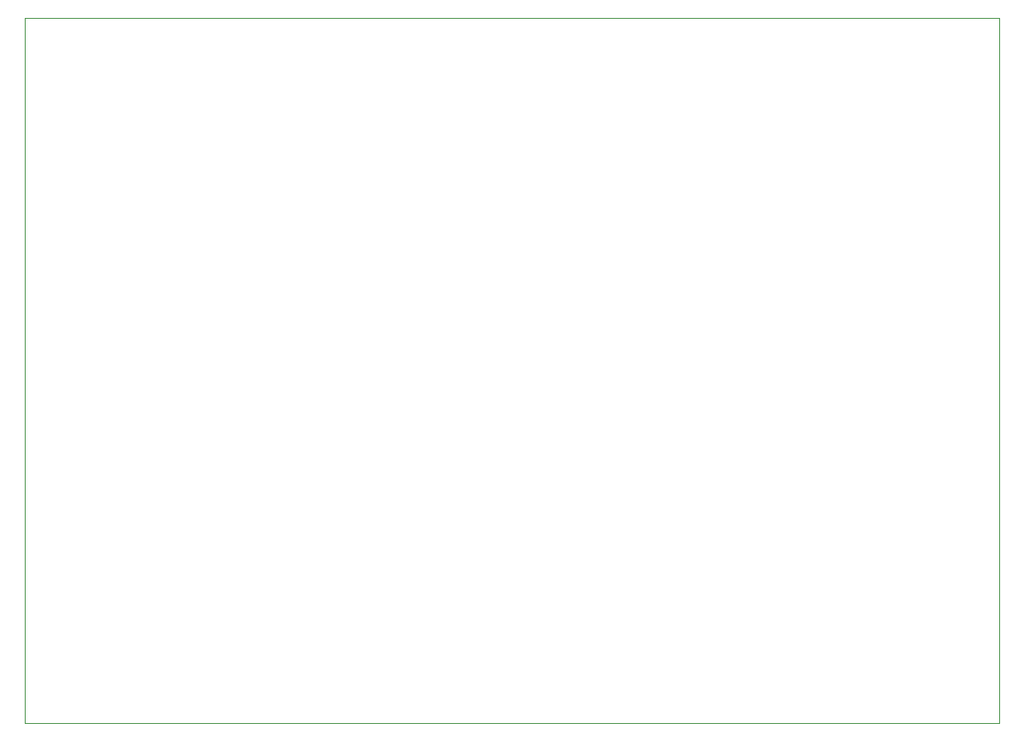
<source format=gm1>
G04 #@! TF.GenerationSoftware,KiCad,Pcbnew,(6.0.0)*
G04 #@! TF.CreationDate,2022-08-06T06:41:06-07:00*
G04 #@! TF.ProjectId,ext_amp,6578745f-616d-4702-9e6b-696361645f70,rev?*
G04 #@! TF.SameCoordinates,Original*
G04 #@! TF.FileFunction,Profile,NP*
%FSLAX46Y46*%
G04 Gerber Fmt 4.6, Leading zero omitted, Abs format (unit mm)*
G04 Created by KiCad (PCBNEW (6.0.0)) date 2022-08-06 06:41:06*
%MOMM*%
%LPD*%
G01*
G04 APERTURE LIST*
G04 #@! TA.AperFunction,Profile*
%ADD10C,0.100000*%
G04 #@! TD*
G04 APERTURE END LIST*
D10*
X81195000Y-47035000D02*
X177715000Y-47035000D01*
X177715000Y-47035000D02*
X177715000Y-116885000D01*
X177715000Y-116885000D02*
X81195000Y-116885000D01*
X81195000Y-116885000D02*
X81195000Y-47035000D01*
M02*

</source>
